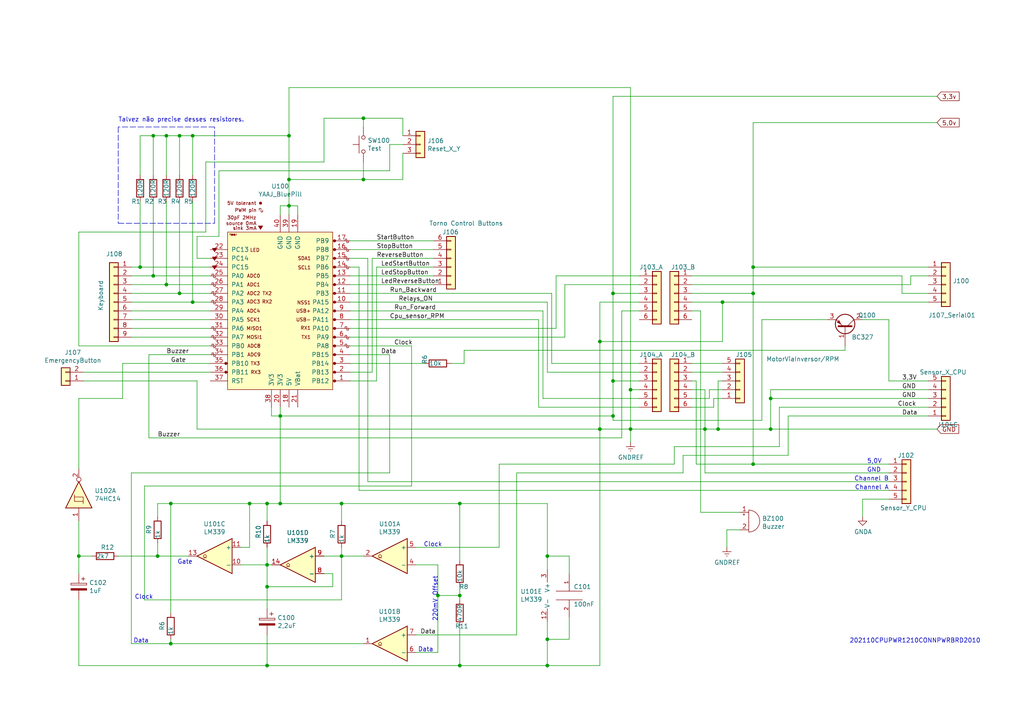
<source format=kicad_sch>
(kicad_sch (version 20211123) (generator eeschema)
  (paper "A4")
  (title_block (title "CPU DRO Torno Sanches Blanes") (date "2021-09-11") (rev "CPU1.2") (company "Open Software Ltda"))
  (lib_symbols
    (symbol "74xx:74HC14" (pin_names (offset 1.016))
      (property "Reference" "U" (at 0 1.27 0))
      (property "Value" "74HC14" (at 0 -1.27 0))
      (symbol "74HC14_1_0"
        (polyline (pts (xy -3.81 3.81) (xy -3.81 -3.81) (xy 3.81 0) (xy -3.81 3.81)) (stroke (width 0.254)) (fill (type background)))
        (pin input line (at -7.62 0 0) (length 3.81) (name "~") (number "1"))
        (pin output inverted (at 7.62 0 180) (length 3.81) (name "~") (number "2"))
      )
      (symbol "74HC14_1_1"
        (polyline (pts (xy -1.905 -1.27) (xy -1.905 1.27) (xy -0.635 1.27)))
        (polyline (pts (xy -2.54 -1.27) (xy -0.635 -1.27) (xy -0.635 1.27) (xy 0 1.27)))
      )
      (symbol "74HC14_2_0"
        (polyline (pts (xy -3.81 3.81) (xy -3.81 -3.81) (xy 3.81 0) (xy -3.81 3.81)) (stroke (width 0.254)) (fill (type background)))
        (pin input line (at -7.62 0 0) (length 3.81) (name "~") (number "3"))
        (pin output inverted (at 7.62 0 180) (length 3.81) (name "~") (number "4"))
      )
      (symbol "74HC14_2_1"
        (polyline (pts (xy -1.905 -1.27) (xy -1.905 1.27) (xy -0.635 1.27)))
        (polyline (pts (xy -2.54 -1.27) (xy -0.635 -1.27) (xy -0.635 1.27) (xy 0 1.27)))
      )
      (symbol "74HC14_3_0"
        (polyline (pts (xy -3.81 3.81) (xy -3.81 -3.81) (xy 3.81 0) (xy -3.81 3.81)) (stroke (width 0.254)) (fill (type background)))
        (pin input line (at -7.62 0 0) (length 3.81) (name "~") (number "5"))
        (pin output inverted (at 7.62 0 180) (length 3.81) (name "~") (number "6"))
      )
      (symbol "74HC14_3_1"
        (polyline (pts (xy -1.905 -1.27) (xy -1.905 1.27) (xy -0.635 1.27)))
        (polyline (pts (xy -2.54 -1.27) (xy -0.635 -1.27) (xy -0.635 1.27) (xy 0 1.27)))
      )
      (symbol "74HC14_4_0"
        (polyline (pts (xy -3.81 3.81) (xy -3.81 -3.81) (xy 3.81 0) (xy -3.81 3.81)) (stroke (width 0.254)) (fill (type background)))
        (pin output inverted (at 7.62 0 180) (length 3.81) (name "~") (number "8"))
        (pin input line (at -7.62 0 0) (length 3.81) (name "~") (number "9"))
      )
      (symbol "74HC14_4_1"
        (polyline (pts (xy -1.905 -1.27) (xy -1.905 1.27) (xy -0.635 1.27)))
        (polyline (pts (xy -2.54 -1.27) (xy -0.635 -1.27) (xy -0.635 1.27) (xy 0 1.27)))
      )
      (symbol "74HC14_5_0"
        (polyline (pts (xy -3.81 3.81) (xy -3.81 -3.81) (xy 3.81 0) (xy -3.81 3.81)) (stroke (width 0.254)) (fill (type background)))
        (pin output inverted (at 7.62 0 180) (length 3.81) (name "~") (number "10"))
        (pin input line (at -7.62 0 0) (length 3.81) (name "~") (number "11"))
      )
      (symbol "74HC14_5_1"
        (polyline (pts (xy -1.905 -1.27) (xy -1.905 1.27) (xy -0.635 1.27)))
        (polyline (pts (xy -2.54 -1.27) (xy -0.635 -1.27) (xy -0.635 1.27) (xy 0 1.27)))
      )
      (symbol "74HC14_6_0"
        (polyline (pts (xy -3.81 3.81) (xy -3.81 -3.81) (xy 3.81 0) (xy -3.81 3.81)) (stroke (width 0.254)) (fill (type background)))
        (pin output inverted (at 7.62 0 180) (length 3.81) (name "~") (number "12"))
        (pin input line (at -7.62 0 0) (length 3.81) (name "~") (number "13"))
      )
      (symbol "74HC14_6_1"
        (polyline (pts (xy -1.905 -1.27) (xy -1.905 1.27) (xy -0.635 1.27)))
        (polyline (pts (xy -2.54 -1.27) (xy -0.635 -1.27) (xy -0.635 1.27) (xy 0 1.27)))
      )
      (symbol "74HC14_7_0"
        (pin power_in line (at 0 12.7 270) (length 5.08) (name "VCC") (number "14"))
        (pin power_in line (at 0 -12.7 90) (length 5.08) (name "GND") (number "7"))
      )
      (symbol "74HC14_7_1"
        (rectangle (start -5.08 7.62) (end 5.08 -7.62) (stroke (width 0.254)) (fill (type background)))
      )
    )
    (symbol "Comparator:LM339" (pin_names (offset 0.127))
      (property "Reference" "U" (at 0 5.08 0))
      (property "Value" "LM339" (at 0 -5.08 0))
      (symbol "LM339_1_1"
        (polyline (pts (xy -5.08 5.08) (xy 5.08 0) (xy -5.08 -5.08) (xy -5.08 5.08)) (stroke (width 0.254)) (fill (type background)))
        (polyline (pts (xy 3.302 -0.508) (xy 2.794 -0.508) (xy 3.302 0) (xy 2.794 0.508) (xy 2.286 0) (xy 2.794 -0.508) (xy 2.286 -0.508)) (stroke (width 0.127)))
        (pin open_collector line (at 7.62 0 180) (length 2.54) (name "~") (number "2"))
        (pin input line (at -7.62 -2.54 0) (length 2.54) (name "-") (number "4"))
        (pin input line (at -7.62 2.54 0) (length 2.54) (name "+") (number "5"))
      )
      (symbol "LM339_2_1"
        (polyline (pts (xy -5.08 5.08) (xy 5.08 0) (xy -5.08 -5.08) (xy -5.08 5.08)) (stroke (width 0.254)) (fill (type background)))
        (polyline (pts (xy 3.302 -0.508) (xy 2.794 -0.508) (xy 3.302 0) (xy 2.794 0.508) (xy 2.286 0) (xy 2.794 -0.508) (xy 2.286 -0.508)) (stroke (width 0.127)))
        (pin open_collector line (at 7.62 0 180) (length 2.54) (name "~") (number "1"))
        (pin input line (at -7.62 -2.54 0) (length 2.54) (name "-") (number "6"))
        (pin input line (at -7.62 2.54 0) (length 2.54) (name "+") (number "7"))
      )
      (symbol "LM339_3_1"
        (polyline (pts (xy -5.08 5.08) (xy 5.08 0) (xy -5.08 -5.08) (xy -5.08 5.08)) (stroke (width 0.254)) (fill (type background)))
        (polyline (pts (xy 3.302 -0.508) (xy 2.794 -0.508) (xy 3.302 0) (xy 2.794 0.508) (xy 2.286 0) (xy 2.794 -0.508) (xy 2.286 -0.508)) (stroke (width 0.127)))
        (pin input line (at -7.62 -2.54 0) (length 2.54) (name "-") (number "10"))
        (pin input line (at -7.62 2.54 0) (length 2.54) (name "+") (number "11"))
        (pin open_collector line (at 7.62 0 180) (length 2.54) (name "~") (number "13"))
      )
      (symbol "LM339_4_1"
        (polyline (pts (xy -5.08 5.08) (xy 5.08 0) (xy -5.08 -5.08) (xy -5.08 5.08)) (stroke (width 0.254)) (fill (type background)))
        (polyline (pts (xy 3.302 -0.508) (xy 2.794 -0.508) (xy 3.302 0) (xy 2.794 0.508) (xy 2.286 0) (xy 2.794 -0.508) (xy 2.286 -0.508)) (stroke (width 0.127)))
        (pin open_collector line (at 7.62 0 180) (length 2.54) (name "~") (number "14"))
        (pin input line (at -7.62 -2.54 0) (length 2.54) (name "-") (number "8"))
        (pin input line (at -7.62 2.54 0) (length 2.54) (name "+") (number "9"))
      )
      (symbol "LM339_5_1"
        (pin power_in line (at -2.54 -7.62 90) (length 3.81) (name "V-") (number "12"))
        (pin power_in line (at -2.54 7.62 270) (length 3.81) (name "V+") (number "3"))
      )
    )
    (symbol "Connector_Generic:Conn_01x02" (pin_names (offset 1.016) hide)
      (property "Reference" "J" (at 0 2.54 0))
      (property "Value" "Conn_01x02" (at 0 -5.08 0))
      (symbol "Conn_01x02_1_1"
        (rectangle (start -1.27 -2.413) (end 0 -2.667) (stroke (width 0.1524)))
        (rectangle (start -1.27 0.127) (end 0 -0.127) (stroke (width 0.1524)))
        (rectangle (start -1.27 1.27) (end 1.27 -3.81) (stroke (width 0.254)) (fill (type background)))
        (pin passive line (at -5.08 0 0) (length 3.81) (name "Pin_1") (number "1"))
        (pin passive line (at -5.08 -2.54 0) (length 3.81) (name "Pin_2") (number "2"))
      )
    )
    (symbol "Connector_Generic:Conn_01x03" (pin_names (offset 1.016) hide)
      (property "Reference" "J" (at 0 5.08 0))
      (property "Value" "Conn_01x03" (at 0 -5.08 0))
      (symbol "Conn_01x03_1_1"
        (rectangle (start -1.27 -2.413) (end 0 -2.667) (stroke (width 0.1524)))
        (rectangle (start -1.27 0.127) (end 0 -0.127) (stroke (width 0.1524)))
        (rectangle (start -1.27 2.667) (end 0 2.413) (stroke (width 0.1524)))
        (rectangle (start -1.27 3.81) (end 1.27 -3.81) (stroke (width 0.254)) (fill (type background)))
        (pin passive line (at -5.08 2.54 0) (length 3.81) (name "Pin_1") (number "1"))
        (pin passive line (at -5.08 0 0) (length 3.81) (name "Pin_2") (number "2"))
        (pin passive line (at -5.08 -2.54 0) (length 3.81) (name "Pin_3") (number "3"))
      )
    )
    (symbol "Connector_Generic:Conn_01x05" (pin_names (offset 1.016) hide)
      (property "Reference" "J" (at 0 7.62 0))
      (property "Value" "Conn_01x05" (at 0 -7.62 0))
      (symbol "Conn_01x05_1_1"
        (rectangle (start -1.27 -4.953) (end 0 -5.207) (stroke (width 0.1524)))
        (rectangle (start -1.27 -2.413) (end 0 -2.667) (stroke (width 0.1524)))
        (rectangle (start -1.27 0.127) (end 0 -0.127) (stroke (width 0.1524)))
        (rectangle (start -1.27 2.667) (end 0 2.413) (stroke (width 0.1524)))
        (rectangle (start -1.27 5.207) (end 0 4.953) (stroke (width 0.1524)))
        (rectangle (start -1.27 6.35) (end 1.27 -6.35) (stroke (width 0.254)) (fill (type background)))
        (pin passive line (at -5.08 5.08 0) (length 3.81) (name "Pin_1") (number "1"))
        (pin passive line (at -5.08 2.54 0) (length 3.81) (name "Pin_2") (number "2"))
        (pin passive line (at -5.08 0 0) (length 3.81) (name "Pin_3") (number "3"))
        (pin passive line (at -5.08 -2.54 0) (length 3.81) (name "Pin_4") (number "4"))
        (pin passive line (at -5.08 -5.08 0) (length 3.81) (name "Pin_5") (number "5"))
      )
    )
    (symbol "Connector_Generic:Conn_01x06" (pin_names (offset 1.016) hide)
      (property "Reference" "J" (at 0 7.62 0))
      (property "Value" "Conn_01x06" (at 0 -10.16 0))
      (symbol "Conn_01x06_1_1"
        (rectangle (start -1.27 -7.493) (end 0 -7.747) (stroke (width 0.1524)))
        (rectangle (start -1.27 -4.953) (end 0 -5.207) (stroke (width 0.1524)))
        (rectangle (start -1.27 -2.413) (end 0 -2.667) (stroke (width 0.1524)))
        (rectangle (start -1.27 0.127) (end 0 -0.127) (stroke (width 0.1524)))
        (rectangle (start -1.27 2.667) (end 0 2.413) (stroke (width 0.1524)))
        (rectangle (start -1.27 5.207) (end 0 4.953) (stroke (width 0.1524)))
        (rectangle (start -1.27 6.35) (end 1.27 -8.89) (stroke (width 0.254)) (fill (type background)))
        (pin passive line (at -5.08 5.08 0) (length 3.81) (name "Pin_1") (number "1"))
        (pin passive line (at -5.08 2.54 0) (length 3.81) (name "Pin_2") (number "2"))
        (pin passive line (at -5.08 0 0) (length 3.81) (name "Pin_3") (number "3"))
        (pin passive line (at -5.08 -2.54 0) (length 3.81) (name "Pin_4") (number "4"))
        (pin passive line (at -5.08 -5.08 0) (length 3.81) (name "Pin_5") (number "5"))
        (pin passive line (at -5.08 -7.62 0) (length 3.81) (name "Pin_6") (number "6"))
      )
    )
    (symbol "Connector_Generic:Conn_01x09" (pin_names (offset 1.016) hide)
      (property "Reference" "J" (at 0 12.7 0))
      (property "Value" "Conn_01x09" (at 0 -12.7 0))
      (symbol "Conn_01x09_1_1"
        (rectangle (start -1.27 -10.033) (end 0 -10.287) (stroke (width 0.1524)))
        (rectangle (start -1.27 -7.493) (end 0 -7.747) (stroke (width 0.1524)))
        (rectangle (start -1.27 -4.953) (end 0 -5.207) (stroke (width 0.1524)))
        (rectangle (start -1.27 -2.413) (end 0 -2.667) (stroke (width 0.1524)))
        (rectangle (start -1.27 0.127) (end 0 -0.127) (stroke (width 0.1524)))
        (rectangle (start -1.27 2.667) (end 0 2.413) (stroke (width 0.1524)))
        (rectangle (start -1.27 5.207) (end 0 4.953) (stroke (width 0.1524)))
        (rectangle (start -1.27 7.747) (end 0 7.493) (stroke (width 0.1524)))
        (rectangle (start -1.27 10.287) (end 0 10.033) (stroke (width 0.1524)))
        (rectangle (start -1.27 11.43) (end 1.27 -11.43) (stroke (width 0.254)) (fill (type background)))
        (pin passive line (at -5.08 10.16 0) (length 3.81) (name "Pin_1") (number "1"))
        (pin passive line (at -5.08 7.62 0) (length 3.81) (name "Pin_2") (number "2"))
        (pin passive line (at -5.08 5.08 0) (length 3.81) (name "Pin_3") (number "3"))
        (pin passive line (at -5.08 2.54 0) (length 3.81) (name "Pin_4") (number "4"))
        (pin passive line (at -5.08 0 0) (length 3.81) (name "Pin_5") (number "5"))
        (pin passive line (at -5.08 -2.54 0) (length 3.81) (name "Pin_6") (number "6"))
        (pin passive line (at -5.08 -5.08 0) (length 3.81) (name "Pin_7") (number "7"))
        (pin passive line (at -5.08 -7.62 0) (length 3.81) (name "Pin_8") (number "8"))
        (pin passive line (at -5.08 -10.16 0) (length 3.81) (name "Pin_9") (number "9"))
      )
    )
    (symbol "Device:Buzzer" (pin_names (offset 0.0254) hide)
      (property "Reference" "BZ" (at 3.81 1.27 0))
      (property "Value" "Buzzer" (at 3.81 -1.27 0))
      (symbol "Buzzer_0_1"
        (arc (start 0 -3.175) (mid 3.175 0) (end 0 3.175))
        (polyline (pts (xy -1.651 1.905) (xy -1.143 1.905)))
        (polyline (pts (xy -1.397 2.159) (xy -1.397 1.651)))
        (polyline (pts (xy 0 3.175) (xy 0 -3.175)))
      )
      (symbol "Buzzer_1_1"
        (pin passive line (at -2.54 2.54 0) (length 2.54) (name "-") (number "1"))
        (pin passive line (at -2.54 -2.54 0) (length 2.54) (name "+") (number "2"))
      )
    )
    (symbol "Device:CP" (pin_numbers hide) (pin_names (offset 0.254))
      (property "Reference" "C" (at 0.635 2.54 0))
      (property "Value" "Device_CP" (at 0.635 -2.54 0))
      (symbol "CP_0_1"
        (rectangle (start -2.286 0.508) (end 2.286 1.016))
        (polyline (pts (xy -1.778 2.286) (xy -0.762 2.286)))
        (polyline (pts (xy -1.27 2.794) (xy -1.27 1.778)))
        (rectangle (start 2.286 -0.508) (end -2.286 -1.016) (fill (type outline)))
      )
      (symbol "CP_1_1"
        (pin passive line (at 0 3.81 270) (length 2.794) (name "~") (number "1"))
        (pin passive line (at 0 -3.81 90) (length 2.794) (name "~") (number "2"))
      )
    )
    (symbol "Device:Q_PNP_BCE" (pin_names (offset 0) hide)
      (property "Reference" "Q" (at 5.08 1.27 0))
      (property "Value" "Q_PNP_BCE" (at 5.08 -1.27 0))
      (symbol "Q_PNP_BCE_0_1"
        (polyline (pts (xy 0.635 0.635) (xy 2.54 2.54)))
        (polyline (pts (xy 0.635 -0.635) (xy 2.54 -2.54) (xy 2.54 -2.54)))
        (polyline (pts (xy 0.635 1.905) (xy 0.635 -1.905) (xy 0.635 -1.905)) (stroke (width 0.508)))
        (polyline (pts (xy 2.286 -1.778) (xy 1.778 -2.286) (xy 1.27 -1.27) (xy 2.286 -1.778) (xy 2.286 -1.778)) (fill (type outline)))
        (circle (center 1.27 0) (radius 2.8194) (stroke (width 0.254)))
      )
      (symbol "Q_PNP_BCE_1_1"
        (pin input line (at -5.08 0 0) (length 5.715) (name "B") (number "1"))
        (pin passive line (at 2.54 5.08 270) (length 2.54) (name "C") (number "2"))
        (pin passive line (at 2.54 -5.08 90) (length 2.54) (name "E") (number "3"))
      )
    )
    (symbol "Device:R" (pin_numbers hide) (pin_names (offset 0))
      (property "Reference" "R" (at 2.032 0 90))
      (property "Value" "R" (at 0 0 90))
      (symbol "R_0_1"
        (rectangle (start -1.016 -2.54) (end 1.016 2.54) (stroke (width 0.254)))
      )
      (symbol "R_1_1"
        (pin passive line (at 0 3.81 270) (length 1.27) (name "~") (number "1"))
        (pin passive line (at 0 -3.81 90) (length 1.27) (name "~") (number "2"))
      )
    )
    (symbol "Switch:SW_Push" (pin_numbers hide) (pin_names (offset 1.016) hide)
      (property "Reference" "SW" (at 1.27 2.54 0))
      (property "Value" "SW_Push" (at 0 -1.524 0))
      (symbol "SW_Push_0_1"
        (circle (center -2.032 0) (radius 0.508))
        (polyline (pts (xy 0 1.27) (xy 0 3.048)))
        (polyline (pts (xy 2.54 1.27) (xy -2.54 1.27)))
        (circle (center 2.032 0) (radius 0.508))
        (pin passive line (at -5.08 0 0) (length 2.54) (name "1") (number "1"))
        (pin passive line (at 5.08 0 180) (length 2.54) (name "2") (number "2"))
      )
    )
    (symbol "YAAJ_BluePill:YAAJ_BluePill" (pin_names (offset 1.016))
      (property "Reference" "U" (at -13.97 24.13 0))
      (property "Value" "YAAJ_BluePill_YAAJ_BluePill" (at 0 6.35 90))
      (symbol "YAAJ_BluePill_0_0"
        (circle (center -15.748 -20.32) (radius 0.3556) (fill (type outline)))
        (circle (center -15.748 -17.78) (radius 0.3556) (fill (type outline)))
        (circle (center -15.748 -15.24) (radius 0.3556) (fill (type outline)))
        (circle (center -15.748 -12.7) (radius 0.3556) (fill (type outline)))
        (circle (center -15.748 -10.16) (radius 0.3556) (fill (type outline)))
        (circle (center -15.748 -7.62) (radius 0.3556) (fill (type outline)))
        (circle (center -15.748 -5.08) (radius 0.3556) (fill (type outline)))
        (circle (center -15.748 -2.54) (radius 0.3556) (fill (type outline)))
        (circle (center -15.748 0) (radius 0.3556) (fill (type outline)))
        (circle (center -15.748 2.54) (radius 0.3556) (fill (type outline)))
        (circle (center -15.748 5.08) (radius 0.3556) (fill (type outline)))
        (circle (center -15.748 7.62) (radius 0.3556) (fill (type outline)))
        (circle (center -15.748 10.16) (radius 0.3556) (fill (type outline)))
        (circle (center -15.748 12.7) (radius 0.3556) (fill (type outline)))
        (circle (center -15.748 15.24) (radius 0.3556) (fill (type outline)))
        (circle (center -15.748 20.32) (radius 0.3556) (fill (type outline)))
        (polyline (pts (xy 5.08 -24.638) (xy 5.715 -23.622) (xy 6.35 -24.638) (xy 5.08 -24.638) (xy 5.715 -23.749) (xy 6.223 -24.638) (xy 5.207 -24.511) (xy 5.715 -23.876) (xy 6.096 -24.638) (xy 5.334 -24.384) (xy 5.842 -24.003) (xy 5.969 -24.638) (xy 5.461 -24.257) (xy 5.969 -24.13) (xy 5.842 -24.511) (xy 5.588 -24.257) (xy 5.842 -24.384) (xy 5.715 -24.13)))
        (polyline (pts (xy 18.415 -18.161) (xy 19.05 -17.145) (xy 19.685 -18.161) (xy 18.415 -18.161) (xy 19.05 -17.272) (xy 19.558 -18.161) (xy 18.542 -18.034) (xy 19.05 -17.399) (xy 19.431 -18.161) (xy 18.669 -17.907) (xy 19.177 -17.526) (xy 19.304 -18.161) (xy 18.796 -17.78) (xy 19.304 -17.653) (xy 19.177 -18.034) (xy 18.923 -17.78) (xy 19.177 -17.907) (xy 19.05 -17.653)))
        (polyline (pts (xy 18.415 -15.621) (xy 19.05 -14.605) (xy 19.685 -15.621) (xy 18.415 -15.621) (xy 19.05 -14.732) (xy 19.558 -15.621) (xy 18.542 -15.494) (xy 19.05 -14.859) (xy 19.431 -15.621) (xy 18.669 -15.367) (xy 19.177 -14.986) (xy 19.304 -15.621) (xy 18.796 -15.24) (xy 19.304 -15.113) (xy 19.177 -15.494) (xy 18.923 -15.24) (xy 19.177 -15.367) (xy 19.05 -15.113)))
        (polyline (pts (xy 18.415 -13.081) (xy 19.05 -12.065) (xy 19.685 -13.081) (xy 18.415 -13.081) (xy 19.05 -12.192) (xy 19.558 -13.081) (xy 18.542 -12.954) (xy 19.05 -12.319) (xy 19.431 -13.081) (xy 18.669 -12.827) (xy 19.177 -12.446) (xy 19.304 -13.081) (xy 18.796 -12.7) (xy 19.304 -12.573) (xy 19.177 -12.954) (xy 18.923 -12.7) (xy 19.177 -12.827) (xy 19.05 -12.573)))
        (circle (center 5.715 -31.242) (radius 0.127) (fill (type outline)))
        (circle (center 5.715 -31.242) (radius 0.254))
        (circle (center 5.715 -31.242) (radius 0.3556))
        (circle (center 15.748 15.24) (radius 0.254) (fill (type outline)))
        (circle (center 15.748 15.24) (radius 0.3556))
        (circle (center 15.748 17.78) (radius 0.254) (fill (type outline)))
        (circle (center 15.748 17.78) (radius 0.3556))
        (text "30pF 2MHz" (at 11.176 -27.051 0) (effects (font (size 0.9906 0.9906))))
        (text "5V tolerant" (at 11.176 -31.242 0) (effects (font (size 0.9906 0.9906))))
        (text "ADC0" (at 7.747 -10.16 0) (effects (font (size 0.9906 0.9906))))
        (text "ADC1" (at 7.747 -7.62 0) (effects (font (size 0.9906 0.9906))))
        (text "ADC2" (at 7.747 -5.08 0) (effects (font (size 0.9906 0.9906))))
        (text "ADC3" (at 7.747 -2.667 0) (effects (font (size 0.9906 0.9906))))
        (text "ADC4" (at 7.747 0 0) (effects (font (size 0.9906 0.9906))))
        (text "ADC8" (at 7.62 10.16 0) (effects (font (size 0.9906 0.9906))))
        (text "ADC9" (at 7.62 12.7 0) (effects (font (size 0.9906 0.9906))))
        (text "LED" (at 7.366 -17.653 0) (effects (font (size 0.9906 0.9906))))
        (text "MISO1" (at 7.493 5.08 0) (effects (font (size 0.9906 0.9906))))
        (text "MOSI1" (at 7.493 7.62 0) (effects (font (size 0.9906 0.9906))))
        (text "NSS1" (at -6.858 -2.413 0) (effects (font (size 0.9906 0.9906))))
        (text "PWM pin" (at 10.033 -29.21 0) (effects (font (size 0.9906 0.9906))))
        (text "RX1" (at -7.366 4.953 0) (effects (font (size 0.9906 0.9906))))
        (text "RX2" (at 3.81 -2.667 0) (effects (font (size 0.9906 0.9906))))
        (text "RX3" (at 7.112 17.78 0) (effects (font (size 0.9906 0.9906))))
        (text "SCK1" (at 7.747 2.54 0) (effects (font (size 0.9906 0.9906))))
        (text "SCL1" (at -6.985 -12.573 0) (effects (font (size 0.9906 0.9906))))
        (text "SDA1" (at -6.985 -15.24 0) (effects (font (size 0.9906 0.9906))))
        (text "sink 3mA" (at 10.287 -24.003 0) (effects (font (size 0.9906 0.9906))))
        (text "source 0mA" (at 11.303 -25.4 0) (effects (font (size 0.9906 0.9906))))
        (text "TX1" (at -7.493 7.62 0) (effects (font (size 0.9906 0.9906))))
        (text "TX2" (at 3.81 -5.08 0) (effects (font (size 0.9906 0.9906))))
        (text "TX3" (at 7.239 15.24 0) (effects (font (size 0.9906 0.9906))))
        (text "USB+" (at -6.731 0 0) (effects (font (size 0.9906 0.9906))))
        (text "USB-" (at -6.731 2.54 0) (effects (font (size 0.9906 0.9906))))
        (text "Y@@J" (at 13.6906 -22.1488 0) (effects (font (size 0.508 0.508))))
      )
      (symbol "YAAJ_BluePill_0_1"
        (rectangle (start -15.24 22.86) (end 15.24 -22.86) (fill (type background)))
        (polyline (pts (xy -18.796 -20.32) (xy -18.796 -20.828) (xy -19.304 -20.828) (xy -19.304 -19.812) (xy -19.812 -19.812) (xy -19.812 -20.32)))
        (polyline (pts (xy -18.796 -17.78) (xy -18.796 -18.288) (xy -19.304 -18.288) (xy -19.304 -17.272) (xy -19.812 -17.272) (xy -19.812 -17.78)))
        (polyline (pts (xy -18.796 -15.24) (xy -18.796 -15.748) (xy -19.304 -15.748) (xy -19.304 -14.732) (xy -19.812 -14.732) (xy -19.812 -15.24)))
        (polyline (pts (xy -18.796 -12.7) (xy -18.796 -13.208) (xy -19.304 -13.208) (xy -19.304 -12.192) (xy -19.812 -12.192) (xy -19.812 -12.7)))
        (polyline (pts (xy -18.796 5.08) (xy -18.796 4.572) (xy -19.304 4.572) (xy -19.304 5.588) (xy -19.812 5.588) (xy -19.812 5.08)))
        (polyline (pts (xy -18.796 7.62) (xy -18.796 7.112) (xy -19.304 7.112) (xy -19.304 8.128) (xy -19.812 8.128) (xy -19.812 7.62)))
        (polyline (pts (xy -18.796 10.16) (xy -18.796 9.652) (xy -19.304 9.652) (xy -19.304 10.668) (xy -19.812 10.668) (xy -19.812 10.16)))
        (polyline (pts (xy 6.096 -29.21) (xy 6.096 -29.718) (xy 5.588 -29.718) (xy 5.588 -28.702) (xy 5.08 -28.702) (xy 5.08 -29.21)))
        (polyline (pts (xy 19.812 -10.16) (xy 19.812 -10.668) (xy 19.304 -10.668) (xy 19.304 -9.652) (xy 18.796 -9.652) (xy 18.796 -10.16)))
        (polyline (pts (xy 19.812 -7.62) (xy 19.812 -8.128) (xy 19.304 -8.128) (xy 19.304 -7.112) (xy 18.796 -7.112) (xy 18.796 -7.62)))
        (polyline (pts (xy 19.812 -5.08) (xy 19.812 -5.588) (xy 19.304 -5.588) (xy 19.304 -4.572) (xy 18.796 -4.572) (xy 18.796 -5.08)))
        (polyline (pts (xy 19.812 -2.54) (xy 19.812 -3.048) (xy 19.304 -3.048) (xy 19.304 -2.032) (xy 18.796 -2.032) (xy 18.796 -2.54)))
        (polyline (pts (xy 19.812 5.08) (xy 19.812 4.572) (xy 19.304 4.572) (xy 19.304 5.588) (xy 18.796 5.588) (xy 18.796 5.08)))
        (polyline (pts (xy 19.812 7.62) (xy 19.812 7.112) (xy 19.304 7.112) (xy 19.304 8.128) (xy 18.796 8.128) (xy 18.796 7.62)))
        (polyline (pts (xy 19.812 10.16) (xy 19.812 9.652) (xy 19.304 9.652) (xy 19.304 10.668) (xy 18.796 10.668) (xy 18.796 10.16)))
        (polyline (pts (xy 19.812 12.7) (xy 19.812 12.192) (xy 19.304 12.192) (xy 19.304 13.208) (xy 18.796 13.208) (xy 18.796 12.7)))
      )
      (symbol "YAAJ_BluePill_1_1"
        (circle (center -15.748 17.78) (radius 0.3556) (fill (type outline)))
        (pin bidirectional line (at -20.32 20.32 0) (length 5.08) (name "PB12") (number "1"))
        (pin bidirectional line (at -20.32 -2.54 0) (length 5.08) (name "PA15") (number "10"))
        (pin bidirectional line (at -20.32 -5.08 0) (length 5.08) (name "PB3") (number "11"))
        (pin bidirectional line (at -20.32 -7.62 0) (length 5.08) (name "PB4") (number "12"))
        (pin bidirectional line (at -20.32 -10.16 0) (length 5.08) (name "PB5") (number "13"))
        (pin bidirectional line (at -20.32 -12.7 0) (length 5.08) (name "PB6") (number "14"))
        (pin bidirectional line (at -20.32 -15.24 0) (length 5.08) (name "PB7") (number "15"))
        (pin bidirectional line (at -20.32 -17.78 0) (length 5.08) (name "PB8") (number "16"))
        (pin bidirectional line (at -20.32 -20.32 0) (length 5.08) (name "PB9") (number "17"))
        (pin power_in line (at -2.54 27.94 270) (length 5.08) (name "5V") (number "18"))
        (pin power_in line (at -5.08 -27.94 90) (length 5.08) (name "GND") (number "19"))
        (pin bidirectional line (at -20.32 17.78 0) (length 5.08) (name "PB13") (number "2"))
        (pin power_in line (at 0 27.94 270) (length 5.08) (name "3V3") (number "20"))
        (pin power_in line (at -5.08 27.94 270) (length 5.08) (name "VBat") (number "21"))
        (pin bidirectional line (at 20.32 -17.78 180) (length 5.08) (name "PC13") (number "22"))
        (pin bidirectional line (at 20.32 -15.24 180) (length 5.08) (name "PC14") (number "23"))
        (pin bidirectional line (at 20.32 -12.7 180) (length 5.08) (name "PC15") (number "24"))
        (pin bidirectional line (at 20.32 -10.16 180) (length 5.08) (name "PA0") (number "25"))
        (pin bidirectional line (at 20.32 -7.62 180) (length 5.08) (name "PA1") (number "26"))
        (pin bidirectional line (at 20.32 -5.08 180) (length 5.08) (name "PA2") (number "27"))
        (pin bidirectional line (at 20.32 -2.54 180) (length 5.08) (name "PA3") (number "28"))
        (pin bidirectional line (at 20.32 0 180) (length 5.08) (name "PA4") (number "29"))
        (pin bidirectional line (at -20.32 15.24 0) (length 5.08) (name "PB14") (number "3"))
        (pin bidirectional line (at 20.32 2.54 180) (length 5.08) (name "PA5") (number "30"))
        (pin bidirectional line (at 20.32 5.08 180) (length 5.08) (name "PA6") (number "31"))
        (pin bidirectional line (at 20.32 7.62 180) (length 5.08) (name "PA7") (number "32"))
        (pin bidirectional line (at 20.32 10.16 180) (length 5.08) (name "PB0") (number "33"))
        (pin bidirectional line (at 20.32 12.7 180) (length 5.08) (name "PB1") (number "34"))
        (pin bidirectional line (at 20.32 15.24 180) (length 5.08) (name "PB10") (number "35"))
        (pin bidirectional line (at 20.32 17.78 180) (length 5.08) (name "PB11") (number "36"))
        (pin input line (at 20.32 20.32 180) (length 5.08) (name "RST") (number "37"))
        (pin power_in line (at 2.54 27.94 270) (length 5.08) (name "3V3") (number "38"))
        (pin power_in line (at -2.54 -27.94 90) (length 5.08) (name "GND") (number "39"))
        (pin bidirectional line (at -20.32 12.7 0) (length 5.08) (name "PB15") (number "4"))
        (pin power_in line (at 0 -27.94 90) (length 5.08) (name "GND") (number "40"))
        (pin bidirectional line (at -20.32 10.16 0) (length 5.08) (name "PA8") (number "5"))
        (pin bidirectional line (at -20.32 7.62 0) (length 5.08) (name "PA9") (number "6"))
        (pin bidirectional line (at -20.32 5.08 0) (length 5.08) (name "PA10") (number "7"))
        (pin bidirectional line (at -20.32 2.54 0) (length 5.08) (name "PA11") (number "8"))
        (pin bidirectional line (at -20.32 0 0) (length 5.08) (name "PA12") (number "9"))
      )
    )
    (symbol "power:GNDA" (power) (pin_names (offset 0))
      (property "Value" "GNDA" (at 0 -3.81 0))
      (symbol "GNDA_0_1"
        (polyline (pts (xy 0 0) (xy 0 -1.27) (xy 1.27 -1.27) (xy 0 -2.54) (xy -1.27 -1.27) (xy 0 -1.27)))
      )
      (symbol "GNDA_1_1"
        (pin power_in line (at 0 0 270) (length 0) hide (name "GNDA") (number "1"))
      )
    )
    (symbol "power:GNDREF" (power) (pin_names (offset 0))
      (property "Value" "GNDREF" (at 0 -3.81 0))
      (symbol "GNDREF_0_1"
        (polyline (pts (xy -0.635 -1.905) (xy 0.635 -1.905)))
        (polyline (pts (xy -0.127 -2.54) (xy 0.127 -2.54)))
        (polyline (pts (xy 0 -1.27) (xy 0 0)))
        (polyline (pts (xy 1.27 -1.27) (xy -1.27 -1.27)))
      )
      (symbol "GNDREF_1_1"
        (pin power_in line (at 0 0 270) (length 0) hide (name "GNDREF") (number "1"))
      )
    )
    (symbol "pspice:C" (pin_names (offset 0.254))
      (property "Reference" "C" (at 2.54 3.81 90))
      (property "Value" "C" (at 2.54 -3.81 90))
      (symbol "C_0_1"
        (polyline (pts (xy -3.81 -1.27) (xy 3.81 -1.27)))
        (polyline (pts (xy -3.81 1.27) (xy 3.81 1.27)))
      )
      (symbol "C_1_1"
        (pin passive line (at 0 6.35 270) (length 5.08) (name "~") (number "1"))
        (pin passive line (at 0 -6.35 90) (length 5.08) (name "~") (number "2"))
      )
    )
  )
  (junction (at 55.88 87.63))
  (junction (at 218.44 85.09))
  (junction (at 209.55 87.63))
  (junction (at 158.75 161.29))
  (junction (at 133.35 193.04))
  (junction (at 22.86 161.29))
  (junction (at 133.35 172.72))
  (junction (at 158.75 185.42))
  (junction (at 204.47 124.46))
  (junction (at 48.26 82.55))
  (junction (at 45.72 161.29))
  (junction (at 208.28 124.46))
  (junction (at 77.47 170.18))
  (junction (at 223.52 115.57))
  (junction (at 182.88 124.46))
  (junction (at 177.8 110.49))
  (junction (at 177.8 120.65))
  (junction (at 173.99 124.46))
  (junction (at 77.47 146.05))
  (junction (at 72.39 146.05))
  (junction (at 44.45 39.37))
  (junction (at 52.07 85.09))
  (junction (at 105.41 52.07))
  (junction (at 40.64 77.47))
  (junction (at 48.26 39.37))
  (junction (at 52.07 39.37))
  (junction (at 81.28 120.65))
  (junction (at 49.53 186.69))
  (junction (at 99.06 146.05))
  (junction (at 177.8 85.09))
  (junction (at 77.47 163.83))
  (junction (at 133.35 146.05))
  (junction (at 158.75 193.04))
  (junction (at 81.28 146.05))
  (junction (at 218.44 134.62))
  (junction (at 77.47 193.04))
  (junction (at 105.41 34.29))
  (junction (at 223.52 124.46))
  (junction (at 55.88 39.37))
  (junction (at 49.53 146.05))
  (junction (at 83.82 39.37))
  (junction (at 173.99 99.06))
  (junction (at 127 172.72))
  (junction (at 83.82 52.07))
  (junction (at 99.06 161.29))
  (junction (at 218.44 77.47))
  (junction (at 182.88 113.03))
  (junction (at 44.45 80.01))
  (junction (at 83.82 59.69))
  (wire (pts (xy 101.6 82.55) (xy 125.73 82.55)))
  (wire (pts (xy 78.74 118.11) (xy 78.74 120.65)))
  (wire (pts (xy 161.29 95.25) (xy 161.29 80.01)))
  (wire (pts (xy 59.69 46.99) (xy 93.98 46.99)))
  (wire (pts (xy 101.6 102.87) (xy 113.03 102.87)))
  (wire (pts (xy 200.66 115.57) (xy 205.74 115.57)))
  (wire (pts (xy 78.74 163.83) (xy 77.47 163.83)))
  (wire (pts (xy 77.47 170.18) (xy 77.47 163.83)))
  (wire (pts (xy 83.82 25.4) (xy 83.82 39.37)))
  (wire (pts (xy 120.65 163.83) (xy 127 163.83)))
  (wire (pts (xy 133.35 172.72) (xy 133.35 173.99)))
  (wire (pts (xy 163.83 97.79) (xy 163.83 82.55)))
  (wire (pts (xy 177.8 85.09) (xy 177.8 110.49)))
  (wire (pts (xy 220.98 92.71) (xy 220.98 121.92)))
  (wire (pts (xy 107.95 74.93) (xy 125.73 74.93)))
  (wire (pts (xy 163.83 82.55) (xy 185.42 82.55)))
  (wire (pts (xy 60.96 97.79) (xy 38.1 97.79)))
  (wire (pts (xy 127 189.23) (xy 120.65 189.23)))
  (wire (pts (xy 133.35 193.04) (xy 133.35 181.61)))
  (wire (pts (xy 200.66 113.03) (xy 204.47 113.03)))
  (wire (pts (xy 144.78 134.62) (xy 144.78 158.75)))
  (polyline (pts (xy 62.23 36.83) (xy 34.29 36.83)))
  (wire (pts (xy 99.06 161.29) (xy 93.98 161.29)))
  (wire (pts (xy 226.06 129.54) (xy 226.06 118.11)))
  (wire (pts (xy 203.2 90.17) (xy 203.2 148.59)))
  (wire (pts (xy 116.84 34.29) (xy 105.41 34.29)))
  (wire (pts (xy 200.66 82.55) (xy 264.16 82.55)))
  (wire (pts (xy 83.82 39.37) (xy 83.82 52.07)))
  (wire (pts (xy 105.41 52.07) (xy 116.84 52.07)))
  (wire (pts (xy 81.28 62.23) (xy 81.28 59.69)))
  (wire (pts (xy 158.75 146.05) (xy 133.35 146.05)))
  (wire (pts (xy 173.99 99.06) (xy 173.99 124.46)))
  (wire (pts (xy 35.56 105.41) (xy 60.96 105.41)))
  (wire (pts (xy 48.26 82.55) (xy 60.96 82.55)))
  (wire (pts (xy 156.21 92.71) (xy 156.21 118.11)))
  (wire (pts (xy 195.58 129.54) (xy 226.06 129.54)))
  (wire (pts (xy 223.52 113.03) (xy 223.52 115.57)))
  (wire (pts (xy 133.35 146.05) (xy 133.35 162.56)))
  (wire (pts (xy 105.41 52.07) (xy 105.41 46.99)))
  (wire (pts (xy 83.82 52.07) (xy 105.41 52.07)))
  (wire (pts (xy 218.44 77.47) (xy 218.44 85.09)))
  (wire (pts (xy 99.06 146.05) (xy 81.28 146.05)))
  (wire (pts (xy 204.47 137.16) (xy 204.47 124.46)))
  (wire (pts (xy 93.98 166.37) (xy 96.52 166.37)))
  (wire (pts (xy 101.6 92.71) (xy 156.21 92.71)))
  (wire (pts (xy 72.39 146.05) (xy 49.53 146.05)))
  (wire (pts (xy 45.72 146.05) (xy 45.72 149.86)))
  (wire (pts (xy 101.6 95.25) (xy 161.29 95.25)))
  (wire (pts (xy 250.19 149.86) (xy 250.19 144.78)))
  (wire (pts (xy 57.15 74.93) (xy 57.15 68.58)))
  (wire (pts (xy 93.98 34.29) (xy 105.41 34.29)))
  (wire (pts (xy 101.6 107.95) (xy 107.95 107.95)))
  (wire (pts (xy 81.28 118.11) (xy 81.28 120.65)))
  (wire (pts (xy 269.24 87.63) (xy 209.55 87.63)))
  (wire (pts (xy 96.52 166.37) (xy 96.52 170.18)))
  (wire (pts (xy 182.88 113.03) (xy 185.42 113.03)))
  (wire (pts (xy 182.88 124.46) (xy 182.88 113.03)))
  (wire (pts (xy 245.11 101.6) (xy 245.11 100.33)))
  (wire (pts (xy 220.98 92.71) (xy 240.03 92.71)))
  (wire (pts (xy 208.28 110.49) (xy 208.28 124.46)))
  (wire (pts (xy 177.8 110.49) (xy 185.42 110.49)))
  (wire (pts (xy 113.03 137.16) (xy 38.1 137.16)))
  (wire (pts (xy 214.63 153.67) (xy 210.82 153.67)))
  (wire (pts (xy 261.62 80.01) (xy 200.66 80.01)))
  (wire (pts (xy 45.72 157.48) (xy 45.72 161.29)))
  (wire (pts (xy 106.68 74.93) (xy 106.68 139.7)))
  (wire (pts (xy 77.47 176.53) (xy 77.47 170.18)))
  (wire (pts (xy 55.88 58.42) (xy 55.88 87.63)))
  (wire (pts (xy 157.48 90.17) (xy 157.48 115.57)))
  (wire (pts (xy 109.22 77.47) (xy 109.22 110.49)))
  (wire (pts (xy 120.65 158.75) (xy 144.78 158.75)))
  (wire (pts (xy 96.52 170.18) (xy 77.47 170.18)))
  (wire (pts (xy 209.55 99.06) (xy 173.99 99.06)))
  (wire (pts (xy 81.28 120.65) (xy 177.8 120.65)))
  (wire (pts (xy 52.07 58.42) (xy 52.07 85.09)))
  (wire (pts (xy 86.36 59.69) (xy 86.36 62.23)))
  (wire (pts (xy 49.53 146.05) (xy 45.72 146.05)))
  (wire (pts (xy 261.62 85.09) (xy 261.62 80.01)))
  (wire (pts (xy 22.86 135.89) (xy 22.86 115.57)))
  (wire (pts (xy 22.86 193.04) (xy 77.47 193.04)))
  (wire (pts (xy 60.96 74.93) (xy 57.15 74.93)))
  (wire (pts (xy 205.74 115.57) (xy 205.74 113.03)))
  (wire (pts (xy 182.88 124.46) (xy 204.47 124.46)))
  (wire (pts (xy 59.69 46.99) (xy 59.69 67.31)))
  (wire (pts (xy 38.1 95.25) (xy 60.96 95.25)))
  (wire (pts (xy 204.47 124.46) (xy 208.28 124.46)))
  (wire (pts (xy 101.6 77.47) (xy 104.14 77.47)))
  (wire (pts (xy 41.91 173.99) (xy 41.91 140.97)))
  (wire (pts (xy 201.93 110.49) (xy 200.66 110.49)))
  (wire (pts (xy 48.26 39.37) (xy 48.26 50.8)))
  (wire (pts (xy 101.6 87.63) (xy 158.75 87.63)))
  (wire (pts (xy 120.65 184.15) (xy 149.86 184.15)))
  (wire (pts (xy 208.28 124.46) (xy 223.52 124.46)))
  (wire (pts (xy 127 163.83) (xy 127 172.72)))
  (wire (pts (xy 158.75 185.42) (xy 158.75 193.04)))
  (wire (pts (xy 52.07 39.37) (xy 55.88 39.37)))
  (wire (pts (xy 264.16 82.55) (xy 264.16 80.01)))
  (wire (pts (xy 57.15 110.49) (xy 57.15 124.46)))
  (wire (pts (xy 185.42 80.01) (xy 161.29 80.01)))
  (wire (pts (xy 223.52 124.46) (xy 271.78 124.46)))
  (wire (pts (xy 257.81 142.24) (xy 104.14 142.24)))
  (wire (pts (xy 198.12 132.08) (xy 228.6 132.08)))
  (wire (pts (xy 34.29 161.29) (xy 45.72 161.29)))
  (wire (pts (xy 35.56 115.57) (xy 35.56 105.41)))
  (wire (pts (xy 57.15 124.46) (xy 173.99 124.46)))
  (wire (pts (xy 218.44 77.47) (xy 218.44 35.56)))
  (wire (pts (xy 63.5 49.53) (xy 63.5 68.58)))
  (wire (pts (xy 60.96 107.95) (xy 24.13 107.95)))
  (wire (pts (xy 177.8 27.94) (xy 271.78 27.94)))
  (wire (pts (xy 200.66 107.95) (xy 209.55 107.95)))
  (wire (pts (xy 99.06 158.75) (xy 99.06 161.29)))
  (wire (pts (xy 40.64 77.47) (xy 38.1 77.47)))
  (wire (pts (xy 101.6 80.01) (xy 125.73 80.01)))
  (wire (pts (xy 228.6 132.08) (xy 228.6 120.65)))
  (wire (pts (xy 99.06 146.05) (xy 133.35 146.05)))
  (wire (pts (xy 203.2 148.59) (xy 214.63 148.59)))
  (wire (pts (xy 109.22 77.47) (xy 125.73 77.47)))
  (wire (pts (xy 160.02 85.09) (xy 160.02 105.41)))
  (wire (pts (xy 158.75 161.29) (xy 158.75 146.05)))
  (wire (pts (xy 173.99 87.63) (xy 173.99 99.06)))
  (wire (pts (xy 40.64 39.37) (xy 44.45 39.37)))
  (wire (pts (xy 200.66 85.09) (xy 218.44 85.09)))
  (wire (pts (xy 226.06 118.11) (xy 269.24 118.11)))
  (wire (pts (xy 72.39 158.75) (xy 72.39 146.05)))
  (wire (pts (xy 158.75 107.95) (xy 185.42 107.95)))
  (wire (pts (xy 52.07 39.37) (xy 52.07 50.8)))
  (wire (pts (xy 113.03 49.53) (xy 113.03 41.91)))
  (wire (pts (xy 83.82 59.69) (xy 86.36 59.69)))
  (wire (pts (xy 218.44 77.47) (xy 269.24 77.47)))
  (wire (pts (xy 177.8 121.92) (xy 220.98 121.92)))
  (wire (pts (xy 133.35 170.18) (xy 133.35 172.72)))
  (wire (pts (xy 195.58 134.62) (xy 195.58 129.54)))
  (wire (pts (xy 165.1 185.42) (xy 158.75 185.42)))
  (wire (pts (xy 105.41 34.29) (xy 105.41 36.83)))
  (wire (pts (xy 49.53 177.8) (xy 49.53 146.05)))
  (wire (pts (xy 55.88 39.37) (xy 55.88 50.8)))
  (wire (pts (xy 173.99 193.04) (xy 173.99 124.46)))
  (wire (pts (xy 38.1 80.01) (xy 44.45 80.01)))
  (wire (pts (xy 201.93 134.62) (xy 201.93 110.49)))
  (wire (pts (xy 177.8 120.65) (xy 177.8 121.92)))
  (wire (pts (xy 134.62 101.6) (xy 245.11 101.6)))
  (wire (pts (xy 44.45 58.42) (xy 44.45 80.01)))
  (wire (pts (xy 269.24 85.09) (xy 261.62 85.09)))
  (wire (pts (xy 134.62 105.41) (xy 134.62 101.6)))
  (wire (pts (xy 38.1 90.17) (xy 60.96 90.17)))
  (wire (pts (xy 83.82 62.23) (xy 83.82 59.69)))
  (wire (pts (xy 116.84 52.07) (xy 116.84 44.45)))
  (wire (pts (xy 60.96 102.87) (xy 43.18 102.87)))
  (wire (pts (xy 60.96 87.63) (xy 55.88 87.63)))
  (wire (pts (xy 22.86 166.37) (xy 22.86 161.29)))
  (wire (pts (xy 41.91 140.97) (xy 119.38 140.97)))
  (wire (pts (xy 63.5 49.53) (xy 113.03 49.53)))
  (wire (pts (xy 205.74 113.03) (xy 209.55 113.03)))
  (wire (pts (xy 204.47 113.03) (xy 204.47 124.46)))
  (wire (pts (xy 182.88 128.27) (xy 182.88 124.46)))
  (wire (pts (xy 182.88 25.4) (xy 182.88 113.03)))
  (wire (pts (xy 101.6 74.93) (xy 106.68 74.93)))
  (wire (pts (xy 250.19 92.71) (xy 257.81 92.71)))
  (wire (pts (xy 77.47 163.83) (xy 77.47 158.75)))
  (wire (pts (xy 60.96 100.33) (xy 22.86 100.33)))
  (wire (pts (xy 160.02 105.41) (xy 185.42 105.41)))
  (wire (pts (xy 165.1 161.29) (xy 158.75 161.29)))
  (wire (pts (xy 149.86 137.16) (xy 198.12 137.16)))
  (wire (pts (xy 40.64 50.8) (xy 40.64 39.37)))
  (wire (pts (xy 250.19 144.78) (xy 257.81 144.78)))
  (wire (pts (xy 182.88 25.4) (xy 83.82 25.4)))
  (wire (pts (xy 81.28 59.69) (xy 83.82 59.69)))
  (wire (pts (xy 22.86 161.29) (xy 22.86 151.13)))
  (wire (pts (xy 77.47 193.04) (xy 77.47 184.15)))
  (wire (pts (xy 158.75 193.04) (xy 133.35 193.04)))
  (wire (pts (xy 49.53 186.69) (xy 49.53 185.42)))
  (wire (pts (xy 127 172.72) (xy 127 189.23)))
  (wire (pts (xy 26.67 161.29) (xy 22.86 161.29)))
  (wire (pts (xy 200.66 105.41) (xy 209.55 105.41)))
  (wire (pts (xy 200.66 118.11) (xy 207.01 118.11)))
  (wire (pts (xy 41.91 173.99) (xy 99.06 173.99)))
  (wire (pts (xy 38.1 82.55) (xy 48.26 82.55)))
  (wire (pts (xy 180.34 90.17) (xy 180.34 127)))
  (wire (pts (xy 223.52 115.57) (xy 223.52 124.46)))
  (wire (pts (xy 177.8 110.49) (xy 177.8 120.65)))
  (wire (pts (xy 105.41 186.69) (xy 49.53 186.69)))
  (wire (pts (xy 165.1 166.37) (xy 165.1 161.29)))
  (wire (pts (xy 200.66 87.63) (xy 209.55 87.63)))
  (wire (pts (xy 78.74 120.65) (xy 81.28 120.65)))
  (wire (pts (xy 158.75 165.1) (xy 158.75 161.29)))
  (wire (pts (xy 209.55 110.49) (xy 208.28 110.49)))
  (wire (pts (xy 218.44 35.56) (xy 271.78 35.56)))
  (wire (pts (xy 177.8 27.94) (xy 177.8 85.09)))
  (wire (pts (xy 55.88 87.63) (xy 38.1 87.63)))
  (wire (pts (xy 210.82 153.67) (xy 210.82 158.75)))
  (wire (pts (xy 207.01 115.57) (xy 209.55 115.57)))
  (wire (pts (xy 44.45 39.37) (xy 44.45 50.8)))
  (wire (pts (xy 77.47 146.05) (xy 77.47 151.13)))
  (wire (pts (xy 106.68 139.7) (xy 257.81 139.7)))
  (wire (pts (xy 180.34 90.17) (xy 185.42 90.17)))
  (wire (pts (xy 55.88 39.37) (xy 83.82 39.37)))
  (wire (pts (xy 269.24 113.03) (xy 223.52 113.03)))
  (wire (pts (xy 77.47 163.83) (xy 69.85 163.83)))
  (wire (pts (xy 198.12 137.16) (xy 198.12 132.08)))
  (wire (pts (xy 93.98 46.99) (xy 93.98 34.29)))
  (wire (pts (xy 45.72 161.29) (xy 54.61 161.29)))
  (wire (pts (xy 157.48 115.57) (xy 185.42 115.57)))
  (wire (pts (xy 185.42 87.63) (xy 173.99 87.63)))
  (wire (pts (xy 218.44 134.62) (xy 201.93 134.62)))
  (wire (pts (xy 133.35 172.72) (xy 127 172.72)))
  (wire (pts (xy 57.15 68.58) (xy 63.5 68.58)))
  (wire (pts (xy 99.06 161.29) (xy 99.06 173.99)))
  (wire (pts (xy 38.1 186.69) (xy 49.53 186.69)))
  (polyline (pts (xy 34.29 64.77) (xy 62.23 64.77)))
  (wire (pts (xy 38.1 85.09) (xy 52.07 85.09)))
  (wire (pts (xy 43.18 102.87) (xy 43.18 127)))
  (wire (pts (xy 133.35 193.04) (xy 77.47 193.04)))
  (wire (pts (xy 209.55 87.63) (xy 209.55 99.06)))
  (wire (pts (xy 228.6 120.65) (xy 269.24 120.65)))
  (wire (pts (xy 52.07 85.09) (xy 60.96 85.09)))
  (wire (pts (xy 156.21 118.11) (xy 185.42 118.11)))
  (wire (pts (xy 182.88 124.46) (xy 173.99 124.46)))
  (wire (pts (xy 81.28 120.65) (xy 81.28 146.05)))
  (wire (pts (xy 22.86 115.57) (xy 35.56 115.57)))
  (wire (pts (xy 40.64 58.42) (xy 40.64 77.47)))
  (wire (pts (xy 99.06 151.13) (xy 99.06 146.05)))
  (wire (pts (xy 257.81 137.16) (xy 204.47 137.16)))
  (wire (pts (xy 107.95 107.95) (xy 107.95 74.93)))
  (wire (pts (xy 48.26 58.42) (xy 48.26 82.55)))
  (wire (pts (xy 149.86 137.16) (xy 149.86 184.15)))
  (wire (pts (xy 24.13 110.49) (xy 57.15 110.49)))
  (wire (pts (xy 158.75 180.34) (xy 158.75 185.42)))
  (wire (pts (xy 101.6 97.79) (xy 163.83 97.79)))
  (wire (pts (xy 101.6 110.49) (xy 109.22 110.49)))
  (wire (pts (xy 43.18 127) (xy 180.34 127)))
  (wire (pts (xy 113.03 41.91) (xy 116.84 41.91)))
  (wire (pts (xy 101.6 69.85) (xy 125.73 69.85)))
  (wire (pts (xy 158.75 193.04) (xy 173.99 193.04)))
  (wire (pts (xy 44.45 80.01) (xy 60.96 80.01)))
  (wire (pts (xy 38.1 137.16) (xy 38.1 186.69)))
  (wire (pts (xy 144.78 134.62) (xy 195.58 134.62)))
  (wire (pts (xy 105.41 161.29) (xy 99.06 161.29)))
  (wire (pts (xy 83.82 52.07) (xy 83.82 59.69)))
  (wire (pts (xy 69.85 158.75) (xy 72.39 158.75)))
  (wire (pts (xy 185.42 85.09) (xy 177.8 85.09)))
  (wire (pts (xy 218.44 134.62) (xy 257.81 134.62)))
  (wire (pts (xy 264.16 80.01) (xy 269.24 80.01)))
  (wire (pts (xy 60.96 77.47) (xy 40.64 77.47)))
  (wire (pts (xy 257.81 110.49) (xy 269.24 110.49)))
  (wire (pts (xy 116.84 39.37) (xy 116.84 34.29)))
  (wire (pts (xy 60.96 92.71) (xy 38.1 92.71)))
  (wire (pts (xy 48.26 39.37) (xy 52.07 39.37)))
  (wire (pts (xy 113.03 102.87) (xy 113.03 137.16)))
  (wire (pts (xy 101.6 105.41) (xy 123.19 105.41)))
  (wire (pts (xy 119.38 100.33) (xy 101.6 100.33)))
  (wire (pts (xy 101.6 85.09) (xy 160.02 85.09)))
  (wire (pts (xy 44.45 39.37) (xy 48.26 39.37)))
  (wire (pts (xy 22.86 67.31) (xy 59.69 67.31)))
  (wire (pts (xy 257.81 92.71) (xy 257.81 110.49)))
  (wire (pts (xy 269.24 115.57) (xy 223.52 115.57)))
  (wire (pts (xy 101.6 72.39) (xy 125.73 72.39)))
  (wire (pts (xy 218.44 85.09) (xy 218.44 134.62)))
  (wire (pts (xy 130.81 105.41) (xy 134.62 105.41)))
  (wire (pts (xy 72.39 146.05) (xy 77.47 146.05)))
  (wire (pts (xy 158.75 87.63) (xy 158.75 107.95)))
  (wire (pts (xy 22.86 173.99) (xy 22.86 193.04)))
  (wire (pts (xy 101.6 90.17) (xy 157.48 90.17)))
  (wire (pts (xy 203.2 90.17) (xy 200.66 90.17)))
  (wire (pts (xy 22.86 100.33) (xy 22.86 67.31)))
  (wire (pts (xy 119.38 140.97) (xy 119.38 100.33)))
  (wire (pts (xy 81.28 146.05) (xy 77.47 146.05)))
  (wire (pts (xy 165.1 179.07) (xy 165.1 185.42)))
  (wire (pts (xy 104.14 77.47) (xy 104.14 142.24)))
  (wire (pts (xy 207.01 118.11) (xy 207.01 115.57)))
  (polyline (pts (xy 62.23 64.77) (xy 62.23 36.83)))
  (polyline (pts (xy 34.29 36.83) (xy 34.29 64.77)))
  (text "Clock" (at 44.45 173.99 180) (effects (font (size 1.27 1.27)) (justify right bottom)))
  (text "GND" (at 251.46 137.16 0) (effects (font (size 1.27 1.27)) (justify left bottom)))
  (text "202110CPUPWR1210CONNPWRBRD2010" (at 246.38 186.69 0) (effects (font (size 1.27 1.27)) (justify left bottom)))
  (text "220mV Offset" (at 127 180.34 90) (effects (font (size 1.27 1.27)) (justify left bottom)))
  (text "Data" (at 43.18 186.69 180) (effects (font (size 1.27 1.27)) (justify right bottom)))
  (text "Channel B" (at 257.81 139.7 180) (effects (font (size 1.27 1.27)) (justify right bottom)))
  (text "Channel A\n" (at 257.81 142.24 180) (effects (font (size 1.27 1.27)) (justify right bottom)))
  (text "Gate" (at 55.88 163.83 180) (effects (font (size 1.27 1.27)) (justify right bottom)))
  (text "Talvez não precise desses resistores." (at 34.29 35.56 0) (effects (font (size 1.27 1.27)) (justify left bottom)))
  (text "Clock" (at 128.27 158.75 180) (effects (font (size 1.27 1.27)) (justify right bottom)))
  (text "5,0V" (at 251.46 134.62 0) (effects (font (size 1.27 1.27)) (justify left bottom)))
  (text "Data" (at 125.73 189.23 180) (effects (font (size 1.27 1.27)) (justify right bottom)))
  (label "LedReverseButton" (at 110.49 82.55 0))
  (label "Buzzer" (at 45.72 127 0))
  (label "Relays_ON" (at 115.57 87.63 0))
  (label "3,3V" (at 261.62 110.49 0))
  (label "StopButton" (at 109.22 72.39 0))
  (label "ReverseButton" (at 109.22 74.93 0))
  (label "GND" (at 261.62 115.57 0))
  (label "Run_Backward" (at 113.03 85.09 0))
  (label "Buzzer" (at 48.26 102.87 0))
  (label "Data" (at 121.92 184.15 0))
  (label "Cpu_sensor_RPM" (at 113.03 92.71 0))
  (label "GND" (at 261.62 113.03 0))
  (label "Data" (at 110.49 102.87 0))
  (label "Data" (at 261.62 120.65 0))
  (label "StartButton" (at 109.22 69.85 0))
  (label "Run_Forward" (at 114.3 90.17 0))
  (label "LedStopButton" (at 110.49 80.01 0))
  (label "Gate" (at 49.53 105.41 0))
  (label "Clock" (at 114.3 100.33 0))
  (label "LedStartButton" (at 110.49 77.47 0))
  (label "Clock" (at 260.35 118.11 0))
  (global_label "GND" (shape input) (at 271.78 124.46 0) (property "Intersheet References" "${INTERSHEET_REFS}" (effects hide)))
  (global_label "3,3v" (shape input) (at 271.78 27.94 0) (property "Intersheet References" "${INTERSHEET_REFS}" (effects hide)))
  (global_label "5,0v" (shape input) (at 271.78 35.56 0) (property "Intersheet References" "${INTERSHEET_REFS}" (effects hide)))
  (symbol (lib_id "YAAJ_BluePill:YAAJ_BluePill") (at 81.28 90.17 180) (unit 1)
    (property "Reference" "U100" (at 81.28 54.0258 0))
    (property "Value" "YAAJ_BluePill" (at 81.28 56.3372 0))
  )
  (symbol (lib_id "Connector_Generic:Conn_01x06") (at 190.5 110.49 0) (unit 1)
    (property "Reference" "J104_A" (at 185.42 102.87 0) (effects (justify left)))
    (property "Value" " " (at 185.42 101.6 0) (effects (justify left)))
  )
  (symbol (lib_id "Connector_Generic:Conn_01x06") (at 195.58 110.49 0) (mirror y) (unit 1)
    (property "Reference" "J104_B" (at 198.12 102.87 0))
    (property "Value" " " (at 197.6628 102.2096 0))
  )
  (symbol (lib_id "Connector_Generic:Conn_01x05") (at 274.32 82.55 0) (unit 1)
    (property "Reference" "J100" (at 276.352 81.4832 0) (effects (justify left)))
    (property "Value" "J107_Serial01" (at 269.24 91.44 0) (effects (justify left)))
  )
  (symbol (lib_id "power:GNDREF") (at 182.88 128.27 0) (unit 1)
    (property "Reference" "#PWR?" (effects hide))
    (property "Value" "GNDREF" (at 183.007 132.6642 0))
  )
  (symbol (lib_id "Connector_Generic:Conn_01x06") (at 190.5 85.09 0) (unit 1)
    (property "Reference" "J103_A" (at 185.42 77.47 0) (effects (justify left)))
    (property "Value" " " (at 185.42 76.2 0) (effects (justify left)))
  )
  (symbol (lib_id "Connector_Generic:Conn_01x06") (at 195.58 85.09 0) (mirror y) (unit 1)
    (property "Reference" "J103_B" (at 198.12 77.47 0))
    (property "Value" " " (at 197.6628 76.8096 0))
  )
  (symbol (lib_id "Connector_Generic:Conn_01x09") (at 33.02 87.63 0) (mirror y) (unit 1)
    (property "Reference" "J108" (at 35.56 73.66 0) (effects (justify left)))
    (property "Value" "Keyboard" (at 29.21 90.17 90) (effects (justify left)))
  )
  (symbol (lib_id "Connector_Generic:Conn_01x05") (at 214.63 110.49 0) (mirror x) (unit 1)
    (property "Reference" "J105" (at 213.36 102.87 0) (effects (justify left)))
    (property "Value" "MotorViaInversor/RPM" (at 222.25 104.14 0) (effects (justify left)))
  )
  (symbol (lib_id "Connector_Generic:Conn_01x06") (at 130.81 77.47 0) (mirror x) (unit 1)
    (property "Reference" "J106" (at 128.27 67.31 0) (effects (justify left)))
    (property "Value" "Torno Control Buttons" (at 124.46 64.77 0) (effects (justify left)))
  )
  (symbol (lib_id "Connector_Generic:Conn_01x05") (at 262.89 139.7 0) (unit 1)
    (property "Reference" "J102" (at 260.35 132.08 0) (effects (justify left)))
    (property "Value" "Sensor_Y_CPU" (at 255.27 147.32 0) (effects (justify left)))
  )
  (symbol (lib_id "Comparator:LM339") (at 113.03 161.29 0) (mirror y) (unit 1)
    (property "Reference" "U101" (at 113.03 151.9682 0))
    (property "Value" "LM339" (at 113.03 154.2796 0))
    (property "Datasheet" "https://www.st.com/resource/en/datasheet/lm139.pdf" (effects hide))
  )
  (symbol (lib_id "Comparator:LM339") (at 113.03 186.69 0) (mirror y) (unit 2)
    (property "Reference" "U101" (at 113.03 177.3682 0))
    (property "Value" "LM339" (at 113.03 179.6796 0))
    (property "Datasheet" "https://www.st.com/resource/en/datasheet/lm139.pdf" (effects hide))
  )
  (symbol (lib_id "Comparator:LM339") (at 62.23 161.29 0) (mirror y) (unit 3)
    (property "Reference" "U101" (at 62.23 151.9682 0))
    (property "Value" "LM339" (at 62.23 154.2796 0))
    (property "Datasheet" "https://www.st.com/resource/en/datasheet/lm139.pdf" (effects hide))
  )
  (symbol (lib_id "Comparator:LM339") (at 156.21 172.72 0) (mirror y) (unit 5)
    (property "Reference" "U101" (at 157.2768 171.5516 0) (effects (justify left)))
    (property "Value" "LM339" (at 157.2768 173.863 0) (effects (justify left)))
    (property "Datasheet" "https://www.st.com/resource/en/datasheet/lm139.pdf" (effects hide))
  )
  (symbol (lib_id "Connector_Generic:Conn_01x02") (at 19.05 110.49 180) (unit 1)
    (property "Reference" "J107" (at 21.1328 102.235 0))
    (property "Value" "EmergencyButton" (at 21.1328 104.5464 0))
  )
  (symbol (lib_id "Device:R") (at 133.35 166.37 0) (mirror y) (unit 1)
    (property "Reference" "R8" (at 135.89 170.18 0) (effects (justify left)))
    (property "Value" "10k" (at 133.35 168.91 90) (effects (justify left)))
  )
  (symbol (lib_id "Device:CP") (at 77.47 180.34 0) (mirror y) (unit 1)
    (property "Reference" "C100" (at 80.4672 179.1716 0) (effects (justify right)))
    (property "Value" "2,2uF" (at 80.4672 181.483 0) (effects (justify right)))
  )
  (symbol (lib_id "power:GNDA") (at 250.19 149.86 0) (unit 1)
    (property "Reference" "#PWR?" (effects hide))
    (property "Value" "GNDA" (at 250.317 154.2542 0))
  )
  (symbol (lib_id "Comparator:LM339") (at 86.36 163.83 0) (mirror y) (unit 4)
    (property "Reference" "U101" (at 86.36 154.5082 0))
    (property "Value" "LM339" (at 86.36 156.8196 0))
    (property "Datasheet" "https://www.st.com/resource/en/datasheet/lm139.pdf" (effects hide))
  )
  (symbol (lib_id "Device:R") (at 77.47 154.94 0) (mirror y) (unit 1)
    (property "Reference" "R10" (at 74.93 156.21 90) (effects (justify left)))
    (property "Value" "1k" (at 77.47 157.48 90) (effects (justify left)))
  )
  (symbol (lib_id "Device:R") (at 99.06 154.94 0) (mirror y) (unit 1)
    (property "Reference" "R7" (at 96.52 156.21 90) (effects (justify left)))
    (property "Value" "1k" (at 99.06 157.48 90) (effects (justify left)))
  )
  (symbol (lib_id "Device:R") (at 133.35 177.8 0) (mirror y) (unit 1)
    (property "Reference" "R11" (at 135.89 181.61 0) (effects (justify left)))
    (property "Value" "470R" (at 133.35 180.34 90) (effects (justify left)))
  )
  (symbol (lib_id "Device:R") (at 40.64 54.61 0) (unit 1)
    (property "Reference" "R1" (at 38.1 58.42 0) (effects (justify left)))
    (property "Value" "120R" (at 40.64 57.15 90) (effects (justify left)))
  )
  (symbol (lib_id "Device:R") (at 44.45 54.61 0) (unit 1)
    (property "Reference" "R2" (at 41.91 58.42 0) (effects (justify left)))
    (property "Value" "120R" (at 44.45 57.15 90) (effects (justify left)))
  )
  (symbol (lib_id "Device:R") (at 48.26 54.61 0) (unit 1)
    (property "Reference" "R3" (at 45.72 58.42 0) (effects (justify left)))
    (property "Value" "120R" (at 48.26 57.15 90) (effects (justify left)))
  )
  (symbol (lib_id "Device:R") (at 52.07 54.61 0) (unit 1)
    (property "Reference" "R4" (at 49.53 58.42 0) (effects (justify left)))
    (property "Value" "120R" (at 52.07 57.15 90) (effects (justify left)))
  )
  (symbol (lib_id "Device:R") (at 55.88 54.61 0) (unit 1)
    (property "Reference" "R5" (at 53.34 58.42 0) (effects (justify left)))
    (property "Value" "120R" (at 55.88 57.15 90) (effects (justify left)))
  )
  (symbol (lib_id "Device:R") (at 45.72 153.67 0) (mirror y) (unit 1)
    (property "Reference" "R9" (at 43.18 154.94 90) (effects (justify left)))
    (property "Value" "1k" (at 45.72 156.21 90) (effects (justify left)))
  )
  (symbol (lib_id "Switch:SW_Push") (at 105.41 41.91 90) (unit 1)
    (property "Reference" "SW100" (at 106.6292 40.7416 90) (effects (justify right)))
    (property "Value" "Test" (at 106.6292 43.053 90) (effects (justify right)))
  )
  (symbol (lib_id "Connector_Generic:Conn_01x03") (at 121.92 41.91 0) (unit 1)
    (property "Reference" "J106" (at 123.952 40.8432 0) (effects (justify left)))
    (property "Value" "Reset_X_Y" (at 123.952 43.1546 0) (effects (justify left)))
  )
  (symbol (lib_id "Device:R") (at 49.53 181.61 0) (mirror y) (unit 1)
    (property "Reference" "R6" (at 46.99 182.88 90) (effects (justify left)))
    (property "Value" "1k" (at 49.53 184.15 90) (effects (justify left)))
  )
  (symbol (lib_id "Connector_Generic:Conn_01x05") (at 274.32 115.57 0) (mirror x) (unit 1)
    (property "Reference" "J104C" (at 271.78 123.19 0) (effects (justify left)))
    (property "Value" "Sensor_X_CPU" (at 266.7 107.95 0) (effects (justify left)))
  )
  (symbol (lib_id "Device:Q_PNP_BCE") (at 245.11 95.25 270) (mirror x) (unit 1)
    (property "Reference" "Q100" (at 251.46 91.44 90))
    (property "Value" "BC327" (at 250.19 97.79 90))
  )
  (symbol (lib_id "Device:R") (at 127 105.41 270) (unit 1)
    (property "Reference" "R6" (at 123.19 102.87 0) (effects (justify left)))
    (property "Value" "10k" (at 124.46 105.41 90) (effects (justify left)))
  )
  (symbol (lib_id "pspice:C") (at 165.1 172.72 0) (unit 1)
    (property "Reference" "C101" (at 166.37 170.18 0) (effects (justify left)))
    (property "Value" "100nF" (at 166.37 175.26 0) (effects (justify left)))
  )
  (symbol (lib_id "Device:Buzzer") (at 217.17 151.13 0) (unit 1)
    (property "Reference" "BZ100" (at 221.0308 150.3934 0) (effects (justify left)))
    (property "Value" "Buzzer" (at 221.0308 152.7048 0) (effects (justify left)))
  )
  (symbol (lib_id "power:GNDREF") (at 210.82 158.75 0) (unit 1)
    (property "Reference" "#PWR?" (effects hide))
    (property "Value" "GNDREF" (at 210.947 163.1442 0))
  )
  (symbol (lib_id "74xx:74HC14") (at 22.86 143.51 90) (unit 1)
    (property "Reference" "U102" (at 27.432 142.3416 90) (effects (justify right)))
    (property "Value" "74HC14" (at 27.432 144.653 90) (effects (justify right)))
    (property "Datasheet" "http://www.ti.com/lit/gpn/sn74HC14" (effects hide))
  )
  (symbol (lib_id "Device:R") (at 30.48 161.29 270) (mirror x) (unit 1)
    (property "Reference" "R12" (at 29.21 158.75 90) (effects (justify left)))
    (property "Value" "2k7" (at 27.94 161.29 90) (effects (justify left)))
  )
  (symbol (lib_id "Device:CP") (at 22.86 170.18 0) (mirror y) (unit 1)
    (property "Reference" "C102" (at 25.8572 169.0116 0) (effects (justify right)))
    (property "Value" "1uF" (at 25.8572 171.323 0) (effects (justify right)))
  )
)
</source>
